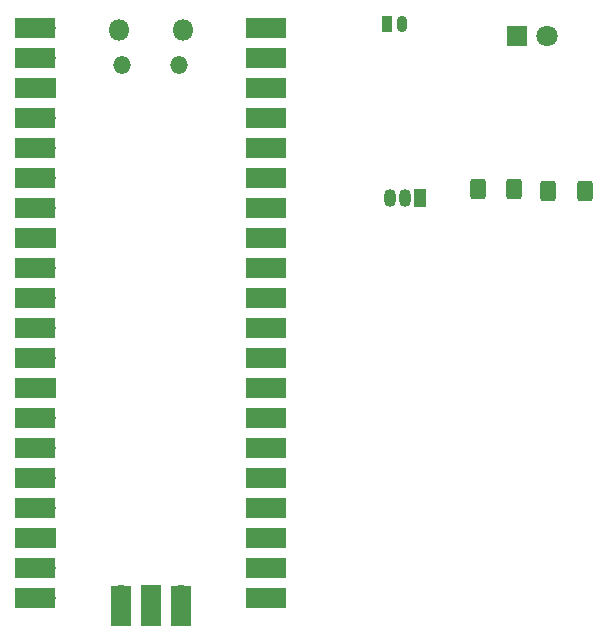
<source format=gbr>
%TF.GenerationSoftware,KiCad,Pcbnew,8.0.0*%
%TF.CreationDate,2024-03-27T15:42:33-03:00*%
%TF.ProjectId,pon_sem_6,706f6e5f-7365-46d5-9f36-2e6b69636164,rev?*%
%TF.SameCoordinates,Original*%
%TF.FileFunction,Soldermask,Top*%
%TF.FilePolarity,Negative*%
%FSLAX46Y46*%
G04 Gerber Fmt 4.6, Leading zero omitted, Abs format (unit mm)*
G04 Created by KiCad (PCBNEW 8.0.0) date 2024-03-27 15:42:33*
%MOMM*%
%LPD*%
G01*
G04 APERTURE LIST*
G04 Aperture macros list*
%AMRoundRect*
0 Rectangle with rounded corners*
0 $1 Rounding radius*
0 $2 $3 $4 $5 $6 $7 $8 $9 X,Y pos of 4 corners*
0 Add a 4 corners polygon primitive as box body*
4,1,4,$2,$3,$4,$5,$6,$7,$8,$9,$2,$3,0*
0 Add four circle primitives for the rounded corners*
1,1,$1+$1,$2,$3*
1,1,$1+$1,$4,$5*
1,1,$1+$1,$6,$7*
1,1,$1+$1,$8,$9*
0 Add four rect primitives between the rounded corners*
20,1,$1+$1,$2,$3,$4,$5,0*
20,1,$1+$1,$4,$5,$6,$7,0*
20,1,$1+$1,$6,$7,$8,$9,0*
20,1,$1+$1,$8,$9,$2,$3,0*%
G04 Aperture macros list end*
%ADD10O,1.800000X1.800000*%
%ADD11O,1.500000X1.500000*%
%ADD12O,1.700000X1.700000*%
%ADD13R,3.500000X1.700000*%
%ADD14R,1.700000X1.700000*%
%ADD15R,1.700000X3.500000*%
%ADD16RoundRect,0.250000X-0.400000X-0.625000X0.400000X-0.625000X0.400000X0.625000X-0.400000X0.625000X0*%
%ADD17O,1.050000X1.500000*%
%ADD18R,1.050000X1.500000*%
%ADD19O,0.900000X1.400000*%
%ADD20RoundRect,0.225000X-0.225000X-0.475000X0.225000X-0.475000X0.225000X0.475000X-0.225000X0.475000X0*%
%ADD21C,1.800000*%
%ADD22R,1.800000X1.800000*%
G04 APERTURE END LIST*
D10*
%TO.C,U2*%
X129010000Y-68515000D03*
D11*
X129310000Y-71545000D03*
X134160000Y-71545000D03*
D10*
X134460000Y-68515000D03*
D12*
X122845000Y-68385000D03*
D13*
X121945000Y-68385000D03*
D12*
X122845000Y-70925000D03*
D13*
X121945000Y-70925000D03*
D14*
X122845000Y-73465000D03*
D13*
X121945000Y-73465000D03*
D12*
X122845000Y-76005000D03*
D13*
X121945000Y-76005000D03*
D12*
X122845000Y-78545000D03*
D13*
X121945000Y-78545000D03*
D12*
X122845000Y-81085000D03*
D13*
X121945000Y-81085000D03*
D12*
X122845000Y-83625000D03*
D13*
X121945000Y-83625000D03*
D14*
X122845000Y-86165000D03*
D13*
X121945000Y-86165000D03*
D12*
X122845000Y-88705000D03*
D13*
X121945000Y-88705000D03*
D12*
X122845000Y-91245000D03*
D13*
X121945000Y-91245000D03*
D12*
X122845000Y-93785000D03*
D13*
X121945000Y-93785000D03*
D12*
X122845000Y-96325000D03*
D13*
X121945000Y-96325000D03*
D14*
X122845000Y-98865000D03*
D13*
X121945000Y-98865000D03*
D12*
X122845000Y-101405000D03*
D13*
X121945000Y-101405000D03*
D12*
X122845000Y-103945000D03*
D13*
X121945000Y-103945000D03*
D12*
X122845000Y-106485000D03*
D13*
X121945000Y-106485000D03*
D12*
X122845000Y-109025000D03*
D13*
X121945000Y-109025000D03*
D14*
X122845000Y-111565000D03*
D13*
X121945000Y-111565000D03*
D12*
X122845000Y-114105000D03*
D13*
X121945000Y-114105000D03*
D12*
X122845000Y-116645000D03*
D13*
X121945000Y-116645000D03*
D12*
X140625000Y-116645000D03*
D13*
X141525000Y-116645000D03*
D12*
X140625000Y-114105000D03*
D13*
X141525000Y-114105000D03*
D14*
X140625000Y-111565000D03*
D13*
X141525000Y-111565000D03*
D12*
X140625000Y-109025000D03*
D13*
X141525000Y-109025000D03*
D12*
X140625000Y-106485000D03*
D13*
X141525000Y-106485000D03*
D12*
X140625000Y-103945000D03*
D13*
X141525000Y-103945000D03*
D12*
X140625000Y-101405000D03*
D13*
X141525000Y-101405000D03*
D14*
X140625000Y-98865000D03*
D13*
X141525000Y-98865000D03*
D12*
X140625000Y-96325000D03*
D13*
X141525000Y-96325000D03*
D12*
X140625000Y-93785000D03*
D13*
X141525000Y-93785000D03*
D12*
X140625000Y-91245000D03*
D13*
X141525000Y-91245000D03*
D12*
X140625000Y-88705000D03*
D13*
X141525000Y-88705000D03*
D14*
X140625000Y-86165000D03*
D13*
X141525000Y-86165000D03*
D12*
X140625000Y-83625000D03*
D13*
X141525000Y-83625000D03*
D12*
X140625000Y-81085000D03*
D13*
X141525000Y-81085000D03*
D12*
X140625000Y-78545000D03*
D13*
X141525000Y-78545000D03*
D12*
X140625000Y-76005000D03*
D13*
X141525000Y-76005000D03*
D14*
X140625000Y-73465000D03*
D13*
X141525000Y-73465000D03*
D12*
X140625000Y-70925000D03*
D13*
X141525000Y-70925000D03*
D12*
X140625000Y-68385000D03*
D13*
X141525000Y-68385000D03*
D12*
X129195000Y-116415000D03*
D15*
X129195000Y-117315000D03*
D14*
X131735000Y-116415000D03*
D15*
X131735000Y-117315000D03*
D12*
X134275000Y-116415000D03*
D15*
X134275000Y-117315000D03*
%TD*%
D16*
%TO.C,R2*%
X159400000Y-82000000D03*
X162500000Y-82000000D03*
%TD*%
%TO.C,R1*%
X168500000Y-82210000D03*
X165400000Y-82210000D03*
%TD*%
D17*
%TO.C,Q2*%
X151960000Y-82780000D03*
X153230000Y-82780000D03*
D18*
X154500000Y-82780000D03*
%TD*%
D19*
%TO.C,J1*%
X153000000Y-68000000D03*
D20*
X151750000Y-68000000D03*
%TD*%
D21*
%TO.C,D1*%
X165290000Y-69050000D03*
D22*
X162750000Y-69050000D03*
%TD*%
M02*

</source>
